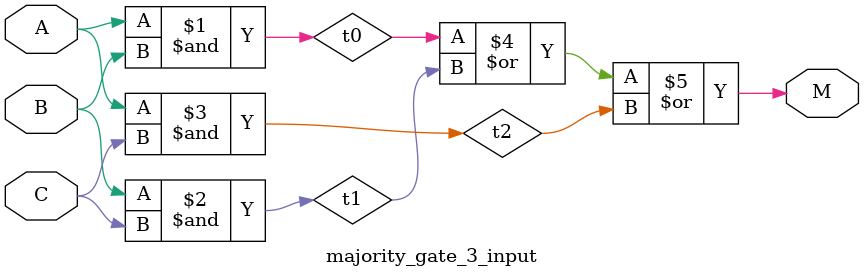
<source format=v>
module majority_gate_3_input(M, A, B, C);
	input A, B, C;
	output M;
	wire t0, t1, t2;

	and G1(t0, A, B);
	and G2(t1, B, C);
	and G3(t2, A, C);
	or G4(M, t0, t1, t2);
endmodule

</source>
